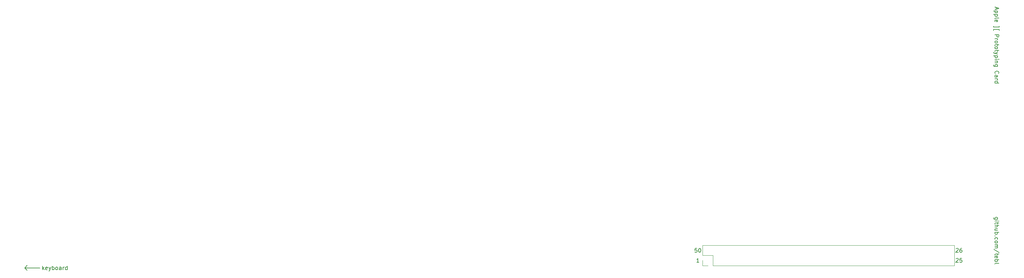
<source format=gto>
G04 #@! TF.FileFunction,Legend,Top*
%FSLAX46Y46*%
G04 Gerber Fmt 4.6, Leading zero omitted, Abs format (unit mm)*
G04 Created by KiCad (PCBNEW 4.0.7) date 08/21/19 17:34:07*
%MOMM*%
%LPD*%
G01*
G04 APERTURE LIST*
%ADD10C,0.100000*%
%ADD11C,0.200000*%
%ADD12C,0.150000*%
%ADD13C,0.120000*%
G04 APERTURE END LIST*
D10*
D11*
X24765000Y-130810000D02*
X28575000Y-130810000D01*
X24765000Y-130810000D02*
X25400000Y-131445000D01*
X25400000Y-130175000D02*
X24765000Y-130810000D01*
D12*
X29289761Y-131262381D02*
X29289761Y-130262381D01*
X29384999Y-130881429D02*
X29670714Y-131262381D01*
X29670714Y-130595714D02*
X29289761Y-130976667D01*
X30480238Y-131214762D02*
X30385000Y-131262381D01*
X30194523Y-131262381D01*
X30099285Y-131214762D01*
X30051666Y-131119524D01*
X30051666Y-130738571D01*
X30099285Y-130643333D01*
X30194523Y-130595714D01*
X30385000Y-130595714D01*
X30480238Y-130643333D01*
X30527857Y-130738571D01*
X30527857Y-130833810D01*
X30051666Y-130929048D01*
X30861190Y-130595714D02*
X31099285Y-131262381D01*
X31337381Y-130595714D02*
X31099285Y-131262381D01*
X31004047Y-131500476D01*
X30956428Y-131548095D01*
X30861190Y-131595714D01*
X31718333Y-131262381D02*
X31718333Y-130262381D01*
X31718333Y-130643333D02*
X31813571Y-130595714D01*
X32004048Y-130595714D01*
X32099286Y-130643333D01*
X32146905Y-130690952D01*
X32194524Y-130786190D01*
X32194524Y-131071905D01*
X32146905Y-131167143D01*
X32099286Y-131214762D01*
X32004048Y-131262381D01*
X31813571Y-131262381D01*
X31718333Y-131214762D01*
X32765952Y-131262381D02*
X32670714Y-131214762D01*
X32623095Y-131167143D01*
X32575476Y-131071905D01*
X32575476Y-130786190D01*
X32623095Y-130690952D01*
X32670714Y-130643333D01*
X32765952Y-130595714D01*
X32908810Y-130595714D01*
X33004048Y-130643333D01*
X33051667Y-130690952D01*
X33099286Y-130786190D01*
X33099286Y-131071905D01*
X33051667Y-131167143D01*
X33004048Y-131214762D01*
X32908810Y-131262381D01*
X32765952Y-131262381D01*
X33956429Y-131262381D02*
X33956429Y-130738571D01*
X33908810Y-130643333D01*
X33813572Y-130595714D01*
X33623095Y-130595714D01*
X33527857Y-130643333D01*
X33956429Y-131214762D02*
X33861191Y-131262381D01*
X33623095Y-131262381D01*
X33527857Y-131214762D01*
X33480238Y-131119524D01*
X33480238Y-131024286D01*
X33527857Y-130929048D01*
X33623095Y-130881429D01*
X33861191Y-130881429D01*
X33956429Y-130833810D01*
X34432619Y-131262381D02*
X34432619Y-130595714D01*
X34432619Y-130786190D02*
X34480238Y-130690952D01*
X34527857Y-130643333D01*
X34623095Y-130595714D01*
X34718334Y-130595714D01*
X35480239Y-131262381D02*
X35480239Y-130262381D01*
X35480239Y-131214762D02*
X35385001Y-131262381D01*
X35194524Y-131262381D01*
X35099286Y-131214762D01*
X35051667Y-131167143D01*
X35004048Y-131071905D01*
X35004048Y-130786190D01*
X35051667Y-130690952D01*
X35099286Y-130643333D01*
X35194524Y-130595714D01*
X35385001Y-130595714D01*
X35480239Y-130643333D01*
X270724286Y-118420238D02*
X269914762Y-118420238D01*
X269819524Y-118372619D01*
X269771905Y-118325000D01*
X269724286Y-118229761D01*
X269724286Y-118086904D01*
X269771905Y-117991666D01*
X270105238Y-118420238D02*
X270057619Y-118325000D01*
X270057619Y-118134523D01*
X270105238Y-118039285D01*
X270152857Y-117991666D01*
X270248095Y-117944047D01*
X270533810Y-117944047D01*
X270629048Y-117991666D01*
X270676667Y-118039285D01*
X270724286Y-118134523D01*
X270724286Y-118325000D01*
X270676667Y-118420238D01*
X270057619Y-118896428D02*
X270724286Y-118896428D01*
X271057619Y-118896428D02*
X271010000Y-118848809D01*
X270962381Y-118896428D01*
X271010000Y-118944047D01*
X271057619Y-118896428D01*
X270962381Y-118896428D01*
X270724286Y-119229761D02*
X270724286Y-119610713D01*
X271057619Y-119372618D02*
X270200476Y-119372618D01*
X270105238Y-119420237D01*
X270057619Y-119515475D01*
X270057619Y-119610713D01*
X270057619Y-119944047D02*
X271057619Y-119944047D01*
X270057619Y-120372619D02*
X270581429Y-120372619D01*
X270676667Y-120325000D01*
X270724286Y-120229762D01*
X270724286Y-120086904D01*
X270676667Y-119991666D01*
X270629048Y-119944047D01*
X270724286Y-121277381D02*
X270057619Y-121277381D01*
X270724286Y-120848809D02*
X270200476Y-120848809D01*
X270105238Y-120896428D01*
X270057619Y-120991666D01*
X270057619Y-121134524D01*
X270105238Y-121229762D01*
X270152857Y-121277381D01*
X270057619Y-121753571D02*
X271057619Y-121753571D01*
X270676667Y-121753571D02*
X270724286Y-121848809D01*
X270724286Y-122039286D01*
X270676667Y-122134524D01*
X270629048Y-122182143D01*
X270533810Y-122229762D01*
X270248095Y-122229762D01*
X270152857Y-122182143D01*
X270105238Y-122134524D01*
X270057619Y-122039286D01*
X270057619Y-121848809D01*
X270105238Y-121753571D01*
X270152857Y-122658333D02*
X270105238Y-122705952D01*
X270057619Y-122658333D01*
X270105238Y-122610714D01*
X270152857Y-122658333D01*
X270057619Y-122658333D01*
X270105238Y-123563095D02*
X270057619Y-123467857D01*
X270057619Y-123277380D01*
X270105238Y-123182142D01*
X270152857Y-123134523D01*
X270248095Y-123086904D01*
X270533810Y-123086904D01*
X270629048Y-123134523D01*
X270676667Y-123182142D01*
X270724286Y-123277380D01*
X270724286Y-123467857D01*
X270676667Y-123563095D01*
X270057619Y-124134523D02*
X270105238Y-124039285D01*
X270152857Y-123991666D01*
X270248095Y-123944047D01*
X270533810Y-123944047D01*
X270629048Y-123991666D01*
X270676667Y-124039285D01*
X270724286Y-124134523D01*
X270724286Y-124277381D01*
X270676667Y-124372619D01*
X270629048Y-124420238D01*
X270533810Y-124467857D01*
X270248095Y-124467857D01*
X270152857Y-124420238D01*
X270105238Y-124372619D01*
X270057619Y-124277381D01*
X270057619Y-124134523D01*
X270057619Y-124896428D02*
X270724286Y-124896428D01*
X270629048Y-124896428D02*
X270676667Y-124944047D01*
X270724286Y-125039285D01*
X270724286Y-125182143D01*
X270676667Y-125277381D01*
X270581429Y-125325000D01*
X270057619Y-125325000D01*
X270581429Y-125325000D02*
X270676667Y-125372619D01*
X270724286Y-125467857D01*
X270724286Y-125610714D01*
X270676667Y-125705952D01*
X270581429Y-125753571D01*
X270057619Y-125753571D01*
X271105238Y-126944047D02*
X269819524Y-126086904D01*
X270724286Y-127134523D02*
X270724286Y-127515475D01*
X271057619Y-127277380D02*
X270200476Y-127277380D01*
X270105238Y-127324999D01*
X270057619Y-127420237D01*
X270057619Y-127515475D01*
X270105238Y-128229762D02*
X270057619Y-128134524D01*
X270057619Y-127944047D01*
X270105238Y-127848809D01*
X270200476Y-127801190D01*
X270581429Y-127801190D01*
X270676667Y-127848809D01*
X270724286Y-127944047D01*
X270724286Y-128134524D01*
X270676667Y-128229762D01*
X270581429Y-128277381D01*
X270486190Y-128277381D01*
X270390952Y-127801190D01*
X270057619Y-128705952D02*
X271057619Y-128705952D01*
X270676667Y-128705952D02*
X270724286Y-128801190D01*
X270724286Y-128991667D01*
X270676667Y-129086905D01*
X270629048Y-129134524D01*
X270533810Y-129182143D01*
X270248095Y-129182143D01*
X270152857Y-129134524D01*
X270105238Y-129086905D01*
X270057619Y-128991667D01*
X270057619Y-128801190D01*
X270105238Y-128705952D01*
X270057619Y-129753571D02*
X270105238Y-129658333D01*
X270200476Y-129610714D01*
X271057619Y-129610714D01*
X270343333Y-64675950D02*
X270343333Y-65152141D01*
X270057619Y-64580712D02*
X271057619Y-64914045D01*
X270057619Y-65247379D01*
X270724286Y-65580712D02*
X269724286Y-65580712D01*
X270676667Y-65580712D02*
X270724286Y-65675950D01*
X270724286Y-65866427D01*
X270676667Y-65961665D01*
X270629048Y-66009284D01*
X270533810Y-66056903D01*
X270248095Y-66056903D01*
X270152857Y-66009284D01*
X270105238Y-65961665D01*
X270057619Y-65866427D01*
X270057619Y-65675950D01*
X270105238Y-65580712D01*
X270724286Y-66485474D02*
X269724286Y-66485474D01*
X270676667Y-66485474D02*
X270724286Y-66580712D01*
X270724286Y-66771189D01*
X270676667Y-66866427D01*
X270629048Y-66914046D01*
X270533810Y-66961665D01*
X270248095Y-66961665D01*
X270152857Y-66914046D01*
X270105238Y-66866427D01*
X270057619Y-66771189D01*
X270057619Y-66580712D01*
X270105238Y-66485474D01*
X270057619Y-67533093D02*
X270105238Y-67437855D01*
X270200476Y-67390236D01*
X271057619Y-67390236D01*
X270105238Y-68294999D02*
X270057619Y-68199761D01*
X270057619Y-68009284D01*
X270105238Y-67914046D01*
X270200476Y-67866427D01*
X270581429Y-67866427D01*
X270676667Y-67914046D01*
X270724286Y-68009284D01*
X270724286Y-68199761D01*
X270676667Y-68294999D01*
X270581429Y-68342618D01*
X270486190Y-68342618D01*
X270390952Y-67866427D01*
X269724286Y-69437856D02*
X269724286Y-69675951D01*
X271152857Y-69675951D01*
X271152857Y-69437856D01*
X269724286Y-70485476D02*
X269724286Y-70247380D01*
X271152857Y-70247380D01*
X271152857Y-70485476D01*
X270057619Y-71628333D02*
X271057619Y-71628333D01*
X271057619Y-72009286D01*
X271010000Y-72104524D01*
X270962381Y-72152143D01*
X270867143Y-72199762D01*
X270724286Y-72199762D01*
X270629048Y-72152143D01*
X270581429Y-72104524D01*
X270533810Y-72009286D01*
X270533810Y-71628333D01*
X270057619Y-72628333D02*
X270724286Y-72628333D01*
X270533810Y-72628333D02*
X270629048Y-72675952D01*
X270676667Y-72723571D01*
X270724286Y-72818809D01*
X270724286Y-72914048D01*
X270057619Y-73390238D02*
X270105238Y-73295000D01*
X270152857Y-73247381D01*
X270248095Y-73199762D01*
X270533810Y-73199762D01*
X270629048Y-73247381D01*
X270676667Y-73295000D01*
X270724286Y-73390238D01*
X270724286Y-73533096D01*
X270676667Y-73628334D01*
X270629048Y-73675953D01*
X270533810Y-73723572D01*
X270248095Y-73723572D01*
X270152857Y-73675953D01*
X270105238Y-73628334D01*
X270057619Y-73533096D01*
X270057619Y-73390238D01*
X270724286Y-74009286D02*
X270724286Y-74390238D01*
X271057619Y-74152143D02*
X270200476Y-74152143D01*
X270105238Y-74199762D01*
X270057619Y-74295000D01*
X270057619Y-74390238D01*
X270057619Y-74866429D02*
X270105238Y-74771191D01*
X270152857Y-74723572D01*
X270248095Y-74675953D01*
X270533810Y-74675953D01*
X270629048Y-74723572D01*
X270676667Y-74771191D01*
X270724286Y-74866429D01*
X270724286Y-75009287D01*
X270676667Y-75104525D01*
X270629048Y-75152144D01*
X270533810Y-75199763D01*
X270248095Y-75199763D01*
X270152857Y-75152144D01*
X270105238Y-75104525D01*
X270057619Y-75009287D01*
X270057619Y-74866429D01*
X270724286Y-75485477D02*
X270724286Y-75866429D01*
X271057619Y-75628334D02*
X270200476Y-75628334D01*
X270105238Y-75675953D01*
X270057619Y-75771191D01*
X270057619Y-75866429D01*
X270724286Y-76104525D02*
X270057619Y-76342620D01*
X270724286Y-76580716D02*
X270057619Y-76342620D01*
X269819524Y-76247382D01*
X269771905Y-76199763D01*
X269724286Y-76104525D01*
X270724286Y-76961668D02*
X269724286Y-76961668D01*
X270676667Y-76961668D02*
X270724286Y-77056906D01*
X270724286Y-77247383D01*
X270676667Y-77342621D01*
X270629048Y-77390240D01*
X270533810Y-77437859D01*
X270248095Y-77437859D01*
X270152857Y-77390240D01*
X270105238Y-77342621D01*
X270057619Y-77247383D01*
X270057619Y-77056906D01*
X270105238Y-76961668D01*
X270057619Y-77866430D02*
X270724286Y-77866430D01*
X271057619Y-77866430D02*
X271010000Y-77818811D01*
X270962381Y-77866430D01*
X271010000Y-77914049D01*
X271057619Y-77866430D01*
X270962381Y-77866430D01*
X270724286Y-78342620D02*
X270057619Y-78342620D01*
X270629048Y-78342620D02*
X270676667Y-78390239D01*
X270724286Y-78485477D01*
X270724286Y-78628335D01*
X270676667Y-78723573D01*
X270581429Y-78771192D01*
X270057619Y-78771192D01*
X270724286Y-79675954D02*
X269914762Y-79675954D01*
X269819524Y-79628335D01*
X269771905Y-79580716D01*
X269724286Y-79485477D01*
X269724286Y-79342620D01*
X269771905Y-79247382D01*
X270105238Y-79675954D02*
X270057619Y-79580716D01*
X270057619Y-79390239D01*
X270105238Y-79295001D01*
X270152857Y-79247382D01*
X270248095Y-79199763D01*
X270533810Y-79199763D01*
X270629048Y-79247382D01*
X270676667Y-79295001D01*
X270724286Y-79390239D01*
X270724286Y-79580716D01*
X270676667Y-79675954D01*
X270152857Y-81485478D02*
X270105238Y-81437859D01*
X270057619Y-81295002D01*
X270057619Y-81199764D01*
X270105238Y-81056906D01*
X270200476Y-80961668D01*
X270295714Y-80914049D01*
X270486190Y-80866430D01*
X270629048Y-80866430D01*
X270819524Y-80914049D01*
X270914762Y-80961668D01*
X271010000Y-81056906D01*
X271057619Y-81199764D01*
X271057619Y-81295002D01*
X271010000Y-81437859D01*
X270962381Y-81485478D01*
X270057619Y-82342621D02*
X270581429Y-82342621D01*
X270676667Y-82295002D01*
X270724286Y-82199764D01*
X270724286Y-82009287D01*
X270676667Y-81914049D01*
X270105238Y-82342621D02*
X270057619Y-82247383D01*
X270057619Y-82009287D01*
X270105238Y-81914049D01*
X270200476Y-81866430D01*
X270295714Y-81866430D01*
X270390952Y-81914049D01*
X270438571Y-82009287D01*
X270438571Y-82247383D01*
X270486190Y-82342621D01*
X270057619Y-82818811D02*
X270724286Y-82818811D01*
X270533810Y-82818811D02*
X270629048Y-82866430D01*
X270676667Y-82914049D01*
X270724286Y-83009287D01*
X270724286Y-83104526D01*
X270057619Y-83866431D02*
X271057619Y-83866431D01*
X270105238Y-83866431D02*
X270057619Y-83771193D01*
X270057619Y-83580716D01*
X270105238Y-83485478D01*
X270152857Y-83437859D01*
X270248095Y-83390240D01*
X270533810Y-83390240D01*
X270629048Y-83437859D01*
X270676667Y-83485478D01*
X270724286Y-83580716D01*
X270724286Y-83771193D01*
X270676667Y-83866431D01*
X260223095Y-128452619D02*
X260270714Y-128405000D01*
X260365952Y-128357381D01*
X260604048Y-128357381D01*
X260699286Y-128405000D01*
X260746905Y-128452619D01*
X260794524Y-128547857D01*
X260794524Y-128643095D01*
X260746905Y-128785952D01*
X260175476Y-129357381D01*
X260794524Y-129357381D01*
X261699286Y-128357381D02*
X261223095Y-128357381D01*
X261175476Y-128833571D01*
X261223095Y-128785952D01*
X261318333Y-128738333D01*
X261556429Y-128738333D01*
X261651667Y-128785952D01*
X261699286Y-128833571D01*
X261746905Y-128928810D01*
X261746905Y-129166905D01*
X261699286Y-129262143D01*
X261651667Y-129309762D01*
X261556429Y-129357381D01*
X261318333Y-129357381D01*
X261223095Y-129309762D01*
X261175476Y-129262143D01*
X260223095Y-125912619D02*
X260270714Y-125865000D01*
X260365952Y-125817381D01*
X260604048Y-125817381D01*
X260699286Y-125865000D01*
X260746905Y-125912619D01*
X260794524Y-126007857D01*
X260794524Y-126103095D01*
X260746905Y-126245952D01*
X260175476Y-126817381D01*
X260794524Y-126817381D01*
X261651667Y-125817381D02*
X261461190Y-125817381D01*
X261365952Y-125865000D01*
X261318333Y-125912619D01*
X261223095Y-126055476D01*
X261175476Y-126245952D01*
X261175476Y-126626905D01*
X261223095Y-126722143D01*
X261270714Y-126769762D01*
X261365952Y-126817381D01*
X261556429Y-126817381D01*
X261651667Y-126769762D01*
X261699286Y-126722143D01*
X261746905Y-126626905D01*
X261746905Y-126388810D01*
X261699286Y-126293571D01*
X261651667Y-126245952D01*
X261556429Y-126198333D01*
X261365952Y-126198333D01*
X261270714Y-126245952D01*
X261223095Y-126293571D01*
X261175476Y-126388810D01*
X194706905Y-125817381D02*
X194230714Y-125817381D01*
X194183095Y-126293571D01*
X194230714Y-126245952D01*
X194325952Y-126198333D01*
X194564048Y-126198333D01*
X194659286Y-126245952D01*
X194706905Y-126293571D01*
X194754524Y-126388810D01*
X194754524Y-126626905D01*
X194706905Y-126722143D01*
X194659286Y-126769762D01*
X194564048Y-126817381D01*
X194325952Y-126817381D01*
X194230714Y-126769762D01*
X194183095Y-126722143D01*
X195373571Y-125817381D02*
X195468810Y-125817381D01*
X195564048Y-125865000D01*
X195611667Y-125912619D01*
X195659286Y-126007857D01*
X195706905Y-126198333D01*
X195706905Y-126436429D01*
X195659286Y-126626905D01*
X195611667Y-126722143D01*
X195564048Y-126769762D01*
X195468810Y-126817381D01*
X195373571Y-126817381D01*
X195278333Y-126769762D01*
X195230714Y-126722143D01*
X195183095Y-126626905D01*
X195135476Y-126436429D01*
X195135476Y-126198333D01*
X195183095Y-126007857D01*
X195230714Y-125912619D01*
X195278333Y-125865000D01*
X195373571Y-125817381D01*
X195230715Y-129357381D02*
X194659286Y-129357381D01*
X194945000Y-129357381D02*
X194945000Y-128357381D01*
X194849762Y-128500238D01*
X194754524Y-128595476D01*
X194659286Y-128643095D01*
D13*
X259775000Y-130235000D02*
X259775000Y-125035000D01*
X198755000Y-130235000D02*
X259775000Y-130235000D01*
X196155000Y-125035000D02*
X259775000Y-125035000D01*
X198755000Y-130235000D02*
X198755000Y-127635000D01*
X198755000Y-127635000D02*
X196155000Y-127635000D01*
X196155000Y-127635000D02*
X196155000Y-125035000D01*
X197485000Y-130235000D02*
X196155000Y-130235000D01*
X196155000Y-130235000D02*
X196155000Y-128905000D01*
M02*

</source>
